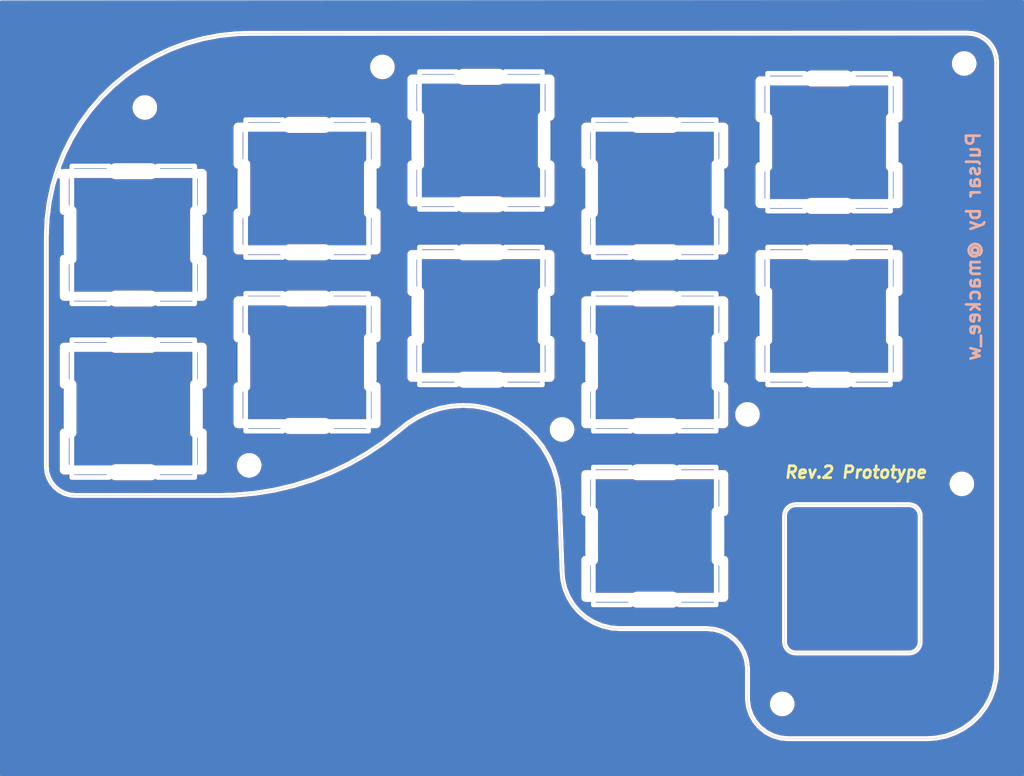
<source format=kicad_pcb>
(kicad_pcb (version 20171130) (host pcbnew "(5.1.0-0)")
  (layers (0 F.Cu signal) (31 B.Cu signal) (34 B.Paste user) (35 F.Paste user) (36 B.SilkS user) (37 F.SilkS user) (38 B.Mask user) (39 F.Mask user) (44 Edge.Cuts user))
  (net 0 "")
  (module pulsar:logosmall (layer F.Cu) (at 116.0018 80.1878)
    (fp_text reference G*** hide)
    (fp_text value LOGO hide)
  )
  (module Mounting_Holes:MountingHole_2.2mm_M2 (layer F.Cu) (at 49.53 84.074)
    (fp_text reference REF** hide)
    (fp_text value MountingHole_2.2mm_M2)
    (pad 1 np_thru_hole circle (at 0 0) (size 2.2 2.2) (drill 2.2) (layers *.Cu *.Mask))
  )
  (module Mounting_Holes:MountingHole_2.2mm_M2 (layer F.Cu) (at 83.82 80.137)
    (fp_text reference REF** hide)
    (fp_text value MountingHole_2.2mm_M2)
    (pad 1 np_thru_hole circle (at 0 0) (size 2.2 2.2) (drill 2.2) (layers *.Cu *.Mask))
  )
  (module Mounting_Holes:MountingHole_2.2mm_M2 (layer F.Cu) (at 107.95 110.236)
    (fp_text reference REF** hide)
    (fp_text value MountingHole_2.2mm_M2)
    (pad 1 np_thru_hole circle (at 0 0) (size 2.2 2.2) (drill 2.2) (layers *.Cu *.Mask))
  )
  (module Mounting_Holes:MountingHole_2.2mm_M2 (layer F.Cu) (at 104.14 78.486)
    (fp_text reference REF** hide)
    (fp_text value MountingHole_2.2mm_M2)
    (pad 1 np_thru_hole circle (at 0 0) (size 2.2 2.2) (drill 2.2) (layers *.Cu *.Mask))
  )
  (module Mounting_Holes:MountingHole_2.2mm_M2 (layer F.Cu) (at 127.635 86.106)
    (fp_text reference REF** hide)
    (fp_text value MountingHole_2.2mm_M2)
    (pad 1 np_thru_hole circle (at 0 0) (size 2.2 2.2) (drill 2.2) (layers *.Cu *.Mask))
  )
  (module Mounting_Holes:MountingHole_2.2mm_M2 (layer F.Cu) (at 127.889 40.005)
    (fp_text reference REF** hide)
    (fp_text value MountingHole_2.2mm_M2)
    (pad 1 np_thru_hole circle (at 0 0) (size 2.2 2.2) (drill 2.2) (layers *.Cu *.Mask))
  )
  (module Mounting_Holes:MountingHole_2.2mm_M2 (layer F.Cu) (at 64.135 40.386)
    (fp_text reference REF** hide)
    (fp_text value MountingHole_2.2mm_M2)
    (pad 1 np_thru_hole circle (at 0 0) (size 2.2 2.2) (drill 2.2) (layers *.Cu *.Mask))
  )
  (module Mounting_Holes:MountingHole_2.2mm_M2 (layer F.Cu) (at 38.1 44.831)
    (fp_text reference REF** hide)
    (fp_text value MountingHole_2.2mm_M2)
    (pad 1 np_thru_hole circle (at 0 0) (size 2.2 2.2) (drill 2.2) (layers *.Cu *.Mask))
  )
  (module Keebio-Parts:MX_Switch_Cutout (layer F.Cu) (at 113.08 48.641 90)
    (fp_text reference REF** hide)
    (fp_text value MX_Switch_Cutout hide)
    (pad "" np_thru_hole oval (at 0 -6.731 90) (size 15.5956 0.508) (drill oval 15.5956 0.508) (layers *.Cu *.Mask))
    (pad "" np_thru_hole oval (at 0 6.731 90) (size 15.5956 0.508) (drill oval 15.5956 0.508) (layers *.Cu *.Mask))
    (pad "" np_thru_hole oval (at -7.5565 -4.699 90) (size 0.508 4.572) (drill oval 0.508 4.572) (layers *.Cu *.Mask))
    (pad "" np_thru_hole oval (at 7.5565 -4.699 90) (size 0.508 4.572) (drill oval 0.508 4.572) (layers *.Cu *.Mask))
    (pad "" np_thru_hole oval (at 7.5565 4.699 90) (size 0.508 4.572) (drill oval 0.508 4.572) (layers *.Cu *.Mask))
    (pad "" np_thru_hole oval (at -7.5565 4.699 90) (size 0.508 4.572) (drill oval 0.508 4.572) (layers *.Cu *.Mask))
    (pad "" np_thru_hole oval (at 6.731 0 90) (size 0.508 5.842) (drill oval 0.508 5.842) (layers *.Cu *.Mask))
    (pad "" np_thru_hole oval (at -6.731 0 90) (size 0.508 5.842) (drill oval 0.508 5.842) (layers *.Cu *.Mask))
    (pad "" np_thru_hole oval (at 0 -6.985 90) (size 5.08 1.27) (drill oval 5.08 1.27) (layers *.Cu *.Mask))
    (pad "" np_thru_hole oval (at 0 6.985 90) (size 5.08 1.27) (drill oval 5.08 1.27) (layers *.Cu *.Mask))
    (pad "" np_thru_hole oval (at -7.14375 -2.667 90) (size 1.3335 0.508) (drill oval 1.3335 0.508) (layers *.Cu *.Mask))
    (pad "" np_thru_hole oval (at 7.14375 -2.667 90) (size 1.3335 0.508) (drill oval 1.3335 0.508) (layers *.Cu *.Mask))
    (pad "" np_thru_hole oval (at -7.14375 2.667 90) (size 1.3335 0.508) (drill oval 1.3335 0.508) (layers *.Cu *.Mask))
    (pad "" np_thru_hole oval (at 7.14375 2.667 90) (size 1.3335 0.508) (drill oval 1.3335 0.508) (layers *.Cu *.Mask))
  )
  (module Keebio-Parts:MX_Switch_Cutout (layer F.Cu) (at 113.08 67.691 90)
    (fp_text reference REF** hide)
    (fp_text value MX_Switch_Cutout hide)
    (pad "" np_thru_hole oval (at 7.14375 2.667 90) (size 1.3335 0.508) (drill oval 1.3335 0.508) (layers *.Cu *.Mask))
    (pad "" np_thru_hole oval (at -7.14375 2.667 90) (size 1.3335 0.508) (drill oval 1.3335 0.508) (layers *.Cu *.Mask))
    (pad "" np_thru_hole oval (at 7.14375 -2.667 90) (size 1.3335 0.508) (drill oval 1.3335 0.508) (layers *.Cu *.Mask))
    (pad "" np_thru_hole oval (at -7.14375 -2.667 90) (size 1.3335 0.508) (drill oval 1.3335 0.508) (layers *.Cu *.Mask))
    (pad "" np_thru_hole oval (at 0 6.985 90) (size 5.08 1.27) (drill oval 5.08 1.27) (layers *.Cu *.Mask))
    (pad "" np_thru_hole oval (at 0 -6.985 90) (size 5.08 1.27) (drill oval 5.08 1.27) (layers *.Cu *.Mask))
    (pad "" np_thru_hole oval (at -6.731 0 90) (size 0.508 5.842) (drill oval 0.508 5.842) (layers *.Cu *.Mask))
    (pad "" np_thru_hole oval (at 6.731 0 90) (size 0.508 5.842) (drill oval 0.508 5.842) (layers *.Cu *.Mask))
    (pad "" np_thru_hole oval (at -7.5565 4.699 90) (size 0.508 4.572) (drill oval 0.508 4.572) (layers *.Cu *.Mask))
    (pad "" np_thru_hole oval (at 7.5565 4.699 90) (size 0.508 4.572) (drill oval 0.508 4.572) (layers *.Cu *.Mask))
    (pad "" np_thru_hole oval (at 7.5565 -4.699 90) (size 0.508 4.572) (drill oval 0.508 4.572) (layers *.Cu *.Mask))
    (pad "" np_thru_hole oval (at -7.5565 -4.699 90) (size 0.508 4.572) (drill oval 0.508 4.572) (layers *.Cu *.Mask))
    (pad "" np_thru_hole oval (at 0 6.731 90) (size 15.5956 0.508) (drill oval 15.5956 0.508) (layers *.Cu *.Mask))
    (pad "" np_thru_hole oval (at 0 -6.731 90) (size 15.5956 0.508) (drill oval 15.5956 0.508) (layers *.Cu *.Mask))
  )
  (module Keebio-Parts:MX_Switch_Cutout (layer F.Cu) (at 93.98 91.821 90)
    (fp_text reference REF** hide)
    (fp_text value MX_Switch_Cutout hide)
    (pad "" np_thru_hole oval (at 0 -6.731 90) (size 15.5956 0.508) (drill oval 15.5956 0.508) (layers *.Cu *.Mask))
    (pad "" np_thru_hole oval (at 0 6.731 90) (size 15.5956 0.508) (drill oval 15.5956 0.508) (layers *.Cu *.Mask))
    (pad "" np_thru_hole oval (at -7.5565 -4.699 90) (size 0.508 4.572) (drill oval 0.508 4.572) (layers *.Cu *.Mask))
    (pad "" np_thru_hole oval (at 7.5565 -4.699 90) (size 0.508 4.572) (drill oval 0.508 4.572) (layers *.Cu *.Mask))
    (pad "" np_thru_hole oval (at 7.5565 4.699 90) (size 0.508 4.572) (drill oval 0.508 4.572) (layers *.Cu *.Mask))
    (pad "" np_thru_hole oval (at -7.5565 4.699 90) (size 0.508 4.572) (drill oval 0.508 4.572) (layers *.Cu *.Mask))
    (pad "" np_thru_hole oval (at 6.731 0 90) (size 0.508 5.842) (drill oval 0.508 5.842) (layers *.Cu *.Mask))
    (pad "" np_thru_hole oval (at -6.731 0 90) (size 0.508 5.842) (drill oval 0.508 5.842) (layers *.Cu *.Mask))
    (pad "" np_thru_hole oval (at 0 -6.985 90) (size 5.08 1.27) (drill oval 5.08 1.27) (layers *.Cu *.Mask))
    (pad "" np_thru_hole oval (at 0 6.985 90) (size 5.08 1.27) (drill oval 5.08 1.27) (layers *.Cu *.Mask))
    (pad "" np_thru_hole oval (at -7.14375 -2.667 90) (size 1.3335 0.508) (drill oval 1.3335 0.508) (layers *.Cu *.Mask))
    (pad "" np_thru_hole oval (at 7.14375 -2.667 90) (size 1.3335 0.508) (drill oval 1.3335 0.508) (layers *.Cu *.Mask))
    (pad "" np_thru_hole oval (at -7.14375 2.667 90) (size 1.3335 0.508) (drill oval 1.3335 0.508) (layers *.Cu *.Mask))
    (pad "" np_thru_hole oval (at 7.14375 2.667 90) (size 1.3335 0.508) (drill oval 1.3335 0.508) (layers *.Cu *.Mask))
  )
  (module Keebio-Parts:MX_Switch_Cutout (layer F.Cu) (at 93.98 72.771 90)
    (fp_text reference REF** hide)
    (fp_text value MX_Switch_Cutout hide)
    (pad "" np_thru_hole oval (at 7.14375 2.667 90) (size 1.3335 0.508) (drill oval 1.3335 0.508) (layers *.Cu *.Mask))
    (pad "" np_thru_hole oval (at -7.14375 2.667 90) (size 1.3335 0.508) (drill oval 1.3335 0.508) (layers *.Cu *.Mask))
    (pad "" np_thru_hole oval (at 7.14375 -2.667 90) (size 1.3335 0.508) (drill oval 1.3335 0.508) (layers *.Cu *.Mask))
    (pad "" np_thru_hole oval (at -7.14375 -2.667 90) (size 1.3335 0.508) (drill oval 1.3335 0.508) (layers *.Cu *.Mask))
    (pad "" np_thru_hole oval (at 0 6.985 90) (size 5.08 1.27) (drill oval 5.08 1.27) (layers *.Cu *.Mask))
    (pad "" np_thru_hole oval (at 0 -6.985 90) (size 5.08 1.27) (drill oval 5.08 1.27) (layers *.Cu *.Mask))
    (pad "" np_thru_hole oval (at -6.731 0 90) (size 0.508 5.842) (drill oval 0.508 5.842) (layers *.Cu *.Mask))
    (pad "" np_thru_hole oval (at 6.731 0 90) (size 0.508 5.842) (drill oval 0.508 5.842) (layers *.Cu *.Mask))
    (pad "" np_thru_hole oval (at -7.5565 4.699 90) (size 0.508 4.572) (drill oval 0.508 4.572) (layers *.Cu *.Mask))
    (pad "" np_thru_hole oval (at 7.5565 4.699 90) (size 0.508 4.572) (drill oval 0.508 4.572) (layers *.Cu *.Mask))
    (pad "" np_thru_hole oval (at 7.5565 -4.699 90) (size 0.508 4.572) (drill oval 0.508 4.572) (layers *.Cu *.Mask))
    (pad "" np_thru_hole oval (at -7.5565 -4.699 90) (size 0.508 4.572) (drill oval 0.508 4.572) (layers *.Cu *.Mask))
    (pad "" np_thru_hole oval (at 0 6.731 90) (size 15.5956 0.508) (drill oval 15.5956 0.508) (layers *.Cu *.Mask))
    (pad "" np_thru_hole oval (at 0 -6.731 90) (size 15.5956 0.508) (drill oval 15.5956 0.508) (layers *.Cu *.Mask))
  )
  (module Keebio-Parts:MX_Switch_Cutout (layer F.Cu) (at 93.98 53.721 90)
    (fp_text reference REF** hide)
    (fp_text value MX_Switch_Cutout hide)
    (pad "" np_thru_hole oval (at 0 -6.731 90) (size 15.5956 0.508) (drill oval 15.5956 0.508) (layers *.Cu *.Mask))
    (pad "" np_thru_hole oval (at 0 6.731 90) (size 15.5956 0.508) (drill oval 15.5956 0.508) (layers *.Cu *.Mask))
    (pad "" np_thru_hole oval (at -7.5565 -4.699 90) (size 0.508 4.572) (drill oval 0.508 4.572) (layers *.Cu *.Mask))
    (pad "" np_thru_hole oval (at 7.5565 -4.699 90) (size 0.508 4.572) (drill oval 0.508 4.572) (layers *.Cu *.Mask))
    (pad "" np_thru_hole oval (at 7.5565 4.699 90) (size 0.508 4.572) (drill oval 0.508 4.572) (layers *.Cu *.Mask))
    (pad "" np_thru_hole oval (at -7.5565 4.699 90) (size 0.508 4.572) (drill oval 0.508 4.572) (layers *.Cu *.Mask))
    (pad "" np_thru_hole oval (at 6.731 0 90) (size 0.508 5.842) (drill oval 0.508 5.842) (layers *.Cu *.Mask))
    (pad "" np_thru_hole oval (at -6.731 0 90) (size 0.508 5.842) (drill oval 0.508 5.842) (layers *.Cu *.Mask))
    (pad "" np_thru_hole oval (at 0 -6.985 90) (size 5.08 1.27) (drill oval 5.08 1.27) (layers *.Cu *.Mask))
    (pad "" np_thru_hole oval (at 0 6.985 90) (size 5.08 1.27) (drill oval 5.08 1.27) (layers *.Cu *.Mask))
    (pad "" np_thru_hole oval (at -7.14375 -2.667 90) (size 1.3335 0.508) (drill oval 1.3335 0.508) (layers *.Cu *.Mask))
    (pad "" np_thru_hole oval (at 7.14375 -2.667 90) (size 1.3335 0.508) (drill oval 1.3335 0.508) (layers *.Cu *.Mask))
    (pad "" np_thru_hole oval (at -7.14375 2.667 90) (size 1.3335 0.508) (drill oval 1.3335 0.508) (layers *.Cu *.Mask))
    (pad "" np_thru_hole oval (at 7.14375 2.667 90) (size 1.3335 0.508) (drill oval 1.3335 0.508) (layers *.Cu *.Mask))
  )
  (module Keebio-Parts:MX_Switch_Cutout (layer F.Cu) (at 74.93 48.451 90)
    (fp_text reference REF** hide)
    (fp_text value MX_Switch_Cutout hide)
    (pad "" np_thru_hole oval (at 7.14375 2.667 90) (size 1.3335 0.508) (drill oval 1.3335 0.508) (layers *.Cu *.Mask))
    (pad "" np_thru_hole oval (at -7.14375 2.667 90) (size 1.3335 0.508) (drill oval 1.3335 0.508) (layers *.Cu *.Mask))
    (pad "" np_thru_hole oval (at 7.14375 -2.667 90) (size 1.3335 0.508) (drill oval 1.3335 0.508) (layers *.Cu *.Mask))
    (pad "" np_thru_hole oval (at -7.14375 -2.667 90) (size 1.3335 0.508) (drill oval 1.3335 0.508) (layers *.Cu *.Mask))
    (pad "" np_thru_hole oval (at 0 6.985 90) (size 5.08 1.27) (drill oval 5.08 1.27) (layers *.Cu *.Mask))
    (pad "" np_thru_hole oval (at 0 -6.985 90) (size 5.08 1.27) (drill oval 5.08 1.27) (layers *.Cu *.Mask))
    (pad "" np_thru_hole oval (at -6.731 0 90) (size 0.508 5.842) (drill oval 0.508 5.842) (layers *.Cu *.Mask))
    (pad "" np_thru_hole oval (at 6.731 0 90) (size 0.508 5.842) (drill oval 0.508 5.842) (layers *.Cu *.Mask))
    (pad "" np_thru_hole oval (at -7.5565 4.699 90) (size 0.508 4.572) (drill oval 0.508 4.572) (layers *.Cu *.Mask))
    (pad "" np_thru_hole oval (at 7.5565 4.699 90) (size 0.508 4.572) (drill oval 0.508 4.572) (layers *.Cu *.Mask))
    (pad "" np_thru_hole oval (at 7.5565 -4.699 90) (size 0.508 4.572) (drill oval 0.508 4.572) (layers *.Cu *.Mask))
    (pad "" np_thru_hole oval (at -7.5565 -4.699 90) (size 0.508 4.572) (drill oval 0.508 4.572) (layers *.Cu *.Mask))
    (pad "" np_thru_hole oval (at 0 6.731 90) (size 15.5956 0.508) (drill oval 15.5956 0.508) (layers *.Cu *.Mask))
    (pad "" np_thru_hole oval (at 0 -6.731 90) (size 15.5956 0.508) (drill oval 15.5956 0.508) (layers *.Cu *.Mask))
  )
  (module Keebio-Parts:MX_Switch_Cutout (layer F.Cu) (at 74.93 67.691 90)
    (fp_text reference REF** hide)
    (fp_text value MX_Switch_Cutout hide)
    (pad "" np_thru_hole oval (at 0 -6.731 90) (size 15.5956 0.508) (drill oval 15.5956 0.508) (layers *.Cu *.Mask))
    (pad "" np_thru_hole oval (at 0 6.731 90) (size 15.5956 0.508) (drill oval 15.5956 0.508) (layers *.Cu *.Mask))
    (pad "" np_thru_hole oval (at -7.5565 -4.699 90) (size 0.508 4.572) (drill oval 0.508 4.572) (layers *.Cu *.Mask))
    (pad "" np_thru_hole oval (at 7.5565 -4.699 90) (size 0.508 4.572) (drill oval 0.508 4.572) (layers *.Cu *.Mask))
    (pad "" np_thru_hole oval (at 7.5565 4.699 90) (size 0.508 4.572) (drill oval 0.508 4.572) (layers *.Cu *.Mask))
    (pad "" np_thru_hole oval (at -7.5565 4.699 90) (size 0.508 4.572) (drill oval 0.508 4.572) (layers *.Cu *.Mask))
    (pad "" np_thru_hole oval (at 6.731 0 90) (size 0.508 5.842) (drill oval 0.508 5.842) (layers *.Cu *.Mask))
    (pad "" np_thru_hole oval (at -6.731 0 90) (size 0.508 5.842) (drill oval 0.508 5.842) (layers *.Cu *.Mask))
    (pad "" np_thru_hole oval (at 0 -6.985 90) (size 5.08 1.27) (drill oval 5.08 1.27) (layers *.Cu *.Mask))
    (pad "" np_thru_hole oval (at 0 6.985 90) (size 5.08 1.27) (drill oval 5.08 1.27) (layers *.Cu *.Mask))
    (pad "" np_thru_hole oval (at -7.14375 -2.667 90) (size 1.3335 0.508) (drill oval 1.3335 0.508) (layers *.Cu *.Mask))
    (pad "" np_thru_hole oval (at 7.14375 -2.667 90) (size 1.3335 0.508) (drill oval 1.3335 0.508) (layers *.Cu *.Mask))
    (pad "" np_thru_hole oval (at -7.14375 2.667 90) (size 1.3335 0.508) (drill oval 1.3335 0.508) (layers *.Cu *.Mask))
    (pad "" np_thru_hole oval (at 7.14375 2.667 90) (size 1.3335 0.508) (drill oval 1.3335 0.508) (layers *.Cu *.Mask))
  )
  (module Keebio-Parts:MX_Switch_Cutout (layer F.Cu) (at 55.88 72.771 90)
    (fp_text reference REF** hide)
    (fp_text value MX_Switch_Cutout hide)
    (pad "" np_thru_hole oval (at 7.14375 2.667 90) (size 1.3335 0.508) (drill oval 1.3335 0.508) (layers *.Cu *.Mask))
    (pad "" np_thru_hole oval (at -7.14375 2.667 90) (size 1.3335 0.508) (drill oval 1.3335 0.508) (layers *.Cu *.Mask))
    (pad "" np_thru_hole oval (at 7.14375 -2.667 90) (size 1.3335 0.508) (drill oval 1.3335 0.508) (layers *.Cu *.Mask))
    (pad "" np_thru_hole oval (at -7.14375 -2.667 90) (size 1.3335 0.508) (drill oval 1.3335 0.508) (layers *.Cu *.Mask))
    (pad "" np_thru_hole oval (at 0 6.985 90) (size 5.08 1.27) (drill oval 5.08 1.27) (layers *.Cu *.Mask))
    (pad "" np_thru_hole oval (at 0 -6.985 90) (size 5.08 1.27) (drill oval 5.08 1.27) (layers *.Cu *.Mask))
    (pad "" np_thru_hole oval (at -6.731 0 90) (size 0.508 5.842) (drill oval 0.508 5.842) (layers *.Cu *.Mask))
    (pad "" np_thru_hole oval (at 6.731 0 90) (size 0.508 5.842) (drill oval 0.508 5.842) (layers *.Cu *.Mask))
    (pad "" np_thru_hole oval (at -7.5565 4.699 90) (size 0.508 4.572) (drill oval 0.508 4.572) (layers *.Cu *.Mask))
    (pad "" np_thru_hole oval (at 7.5565 4.699 90) (size 0.508 4.572) (drill oval 0.508 4.572) (layers *.Cu *.Mask))
    (pad "" np_thru_hole oval (at 7.5565 -4.699 90) (size 0.508 4.572) (drill oval 0.508 4.572) (layers *.Cu *.Mask))
    (pad "" np_thru_hole oval (at -7.5565 -4.699 90) (size 0.508 4.572) (drill oval 0.508 4.572) (layers *.Cu *.Mask))
    (pad "" np_thru_hole oval (at 0 6.731 90) (size 15.5956 0.508) (drill oval 15.5956 0.508) (layers *.Cu *.Mask))
    (pad "" np_thru_hole oval (at 0 -6.731 90) (size 15.5956 0.508) (drill oval 15.5956 0.508) (layers *.Cu *.Mask))
  )
  (module Keebio-Parts:MX_Switch_Cutout (layer F.Cu) (at 36.83 77.851 90)
    (fp_text reference REF** hide)
    (fp_text value MX_Switch_Cutout hide)
    (pad "" np_thru_hole oval (at 0 -6.731 90) (size 15.5956 0.508) (drill oval 15.5956 0.508) (layers *.Cu *.Mask))
    (pad "" np_thru_hole oval (at 0 6.731 90) (size 15.5956 0.508) (drill oval 15.5956 0.508) (layers *.Cu *.Mask))
    (pad "" np_thru_hole oval (at -7.5565 -4.699 90) (size 0.508 4.572) (drill oval 0.508 4.572) (layers *.Cu *.Mask))
    (pad "" np_thru_hole oval (at 7.5565 -4.699 90) (size 0.508 4.572) (drill oval 0.508 4.572) (layers *.Cu *.Mask))
    (pad "" np_thru_hole oval (at 7.5565 4.699 90) (size 0.508 4.572) (drill oval 0.508 4.572) (layers *.Cu *.Mask))
    (pad "" np_thru_hole oval (at -7.5565 4.699 90) (size 0.508 4.572) (drill oval 0.508 4.572) (layers *.Cu *.Mask))
    (pad "" np_thru_hole oval (at 6.731 0 90) (size 0.508 5.842) (drill oval 0.508 5.842) (layers *.Cu *.Mask))
    (pad "" np_thru_hole oval (at -6.731 0 90) (size 0.508 5.842) (drill oval 0.508 5.842) (layers *.Cu *.Mask))
    (pad "" np_thru_hole oval (at 0 -6.985 90) (size 5.08 1.27) (drill oval 5.08 1.27) (layers *.Cu *.Mask))
    (pad "" np_thru_hole oval (at 0 6.985 90) (size 5.08 1.27) (drill oval 5.08 1.27) (layers *.Cu *.Mask))
    (pad "" np_thru_hole oval (at -7.14375 -2.667 90) (size 1.3335 0.508) (drill oval 1.3335 0.508) (layers *.Cu *.Mask))
    (pad "" np_thru_hole oval (at 7.14375 -2.667 90) (size 1.3335 0.508) (drill oval 1.3335 0.508) (layers *.Cu *.Mask))
    (pad "" np_thru_hole oval (at -7.14375 2.667 90) (size 1.3335 0.508) (drill oval 1.3335 0.508) (layers *.Cu *.Mask))
    (pad "" np_thru_hole oval (at 7.14375 2.667 90) (size 1.3335 0.508) (drill oval 1.3335 0.508) (layers *.Cu *.Mask))
  )
  (module Keebio-Parts:MX_Switch_Cutout (layer F.Cu) (at 55.88 53.721 90)
    (fp_text reference REF** hide)
    (fp_text value MX_Switch_Cutout hide)
    (pad "" np_thru_hole oval (at 0 -6.731 90) (size 15.5956 0.508) (drill oval 15.5956 0.508) (layers *.Cu *.Mask))
    (pad "" np_thru_hole oval (at 0 6.731 90) (size 15.5956 0.508) (drill oval 15.5956 0.508) (layers *.Cu *.Mask))
    (pad "" np_thru_hole oval (at -7.5565 -4.699 90) (size 0.508 4.572) (drill oval 0.508 4.572) (layers *.Cu *.Mask))
    (pad "" np_thru_hole oval (at 7.5565 -4.699 90) (size 0.508 4.572) (drill oval 0.508 4.572) (layers *.Cu *.Mask))
    (pad "" np_thru_hole oval (at 7.5565 4.699 90) (size 0.508 4.572) (drill oval 0.508 4.572) (layers *.Cu *.Mask))
    (pad "" np_thru_hole oval (at -7.5565 4.699 90) (size 0.508 4.572) (drill oval 0.508 4.572) (layers *.Cu *.Mask))
    (pad "" np_thru_hole oval (at 6.731 0 90) (size 0.508 5.842) (drill oval 0.508 5.842) (layers *.Cu *.Mask))
    (pad "" np_thru_hole oval (at -6.731 0 90) (size 0.508 5.842) (drill oval 0.508 5.842) (layers *.Cu *.Mask))
    (pad "" np_thru_hole oval (at 0 -6.985 90) (size 5.08 1.27) (drill oval 5.08 1.27) (layers *.Cu *.Mask))
    (pad "" np_thru_hole oval (at 0 6.985 90) (size 5.08 1.27) (drill oval 5.08 1.27) (layers *.Cu *.Mask))
    (pad "" np_thru_hole oval (at -7.14375 -2.667 90) (size 1.3335 0.508) (drill oval 1.3335 0.508) (layers *.Cu *.Mask))
    (pad "" np_thru_hole oval (at 7.14375 -2.667 90) (size 1.3335 0.508) (drill oval 1.3335 0.508) (layers *.Cu *.Mask))
    (pad "" np_thru_hole oval (at -7.14375 2.667 90) (size 1.3335 0.508) (drill oval 1.3335 0.508) (layers *.Cu *.Mask))
    (pad "" np_thru_hole oval (at 7.14375 2.667 90) (size 1.3335 0.508) (drill oval 1.3335 0.508) (layers *.Cu *.Mask))
  )
  (module Keebio-Parts:MX_Switch_Cutout (layer F.Cu) (at 36.83 58.801 90)
    (fp_text reference REF** hide)
    (fp_text value MX_Switch_Cutout hide)
    (pad "" np_thru_hole oval (at 7.14375 2.667 90) (size 1.3335 0.508) (drill oval 1.3335 0.508) (layers *.Cu *.Mask))
    (pad "" np_thru_hole oval (at -7.14375 2.667 90) (size 1.3335 0.508) (drill oval 1.3335 0.508) (layers *.Cu *.Mask))
    (pad "" np_thru_hole oval (at 7.14375 -2.667 90) (size 1.3335 0.508) (drill oval 1.3335 0.508) (layers *.Cu *.Mask))
    (pad "" np_thru_hole oval (at -7.14375 -2.667 90) (size 1.3335 0.508) (drill oval 1.3335 0.508) (layers *.Cu *.Mask))
    (pad "" np_thru_hole oval (at 0 6.985 90) (size 5.08 1.27) (drill oval 5.08 1.27) (layers *.Cu *.Mask))
    (pad "" np_thru_hole oval (at 0 -6.985 90) (size 5.08 1.27) (drill oval 5.08 1.27) (layers *.Cu *.Mask))
    (pad "" np_thru_hole oval (at -6.731 0 90) (size 0.508 5.842) (drill oval 0.508 5.842) (layers *.Cu *.Mask))
    (pad "" np_thru_hole oval (at 6.731 0 90) (size 0.508 5.842) (drill oval 0.508 5.842) (layers *.Cu *.Mask))
    (pad "" np_thru_hole oval (at -7.5565 4.699 90) (size 0.508 4.572) (drill oval 0.508 4.572) (layers *.Cu *.Mask))
    (pad "" np_thru_hole oval (at 7.5565 4.699 90) (size 0.508 4.572) (drill oval 0.508 4.572) (layers *.Cu *.Mask))
    (pad "" np_thru_hole oval (at 7.5565 -4.699 90) (size 0.508 4.572) (drill oval 0.508 4.572) (layers *.Cu *.Mask))
    (pad "" np_thru_hole oval (at -7.5565 -4.699 90) (size 0.508 4.572) (drill oval 0.508 4.572) (layers *.Cu *.Mask))
    (pad "" np_thru_hole oval (at 0 6.731 90) (size 15.5956 0.508) (drill oval 15.5956 0.508) (layers *.Cu *.Mask))
    (pad "" np_thru_hole oval (at 0 -6.731 90) (size 15.5956 0.508) (drill oval 15.5956 0.508) (layers *.Cu *.Mask))
  )
  (gr_text "Rev.2 Prototype" (at 116.0018 84.836) (layer F.SilkS) (effects (font (size 1.3 1.3) (thickness 0.3) italic)))
  (gr_arc (start 121.8438 89.6112) (end 123.063 89.6112) (angle -90) (layer Edge.Cuts) (width 0.05))
  (gr_arc (start 109.4232 89.6112) (end 109.4232 88.392) (angle -90) (layer Edge.Cuts) (width 0.05))
  (gr_arc (start 109.4232 103.4288) (end 108.204 103.4288) (angle -90) (layer Edge.Cuts) (width 0.05))
  (gr_arc (start 121.8438 103.4288) (end 121.8438 104.648) (angle -90) (layer Edge.Cuts) (width 0.05))
  (gr_line (start 121.8438 88.392) (end 109.4232 88.392) (layer Edge.Cuts) (width 0.05))
  (gr_line (start 123.063 103.4288) (end 123.063 89.6112) (layer Edge.Cuts) (width 0.05))
  (gr_line (start 109.4232 104.648) (end 121.8438 104.648) (layer Edge.Cuts) (width 0.05))
  (gr_line (start 108.204 89.6112) (end 108.204 103.4288) (layer Edge.Cuts) (width 0.05))
  (gr_line (start 131.445 87.884) (end 131.445 39.878) (layer Edge.Cuts) (width 0.05))
  (gr_line (start 131.445 106.426) (end 131.445 87.884) (layer Edge.Cuts) (width 0.05))
  (gr_line (start 27.305 68.199) (end 27.305 84.201) (layer Edge.Cuts) (width 0.05))
  (gr_line (start 101.7651 36.6903) (end 128.2573 36.6776) (layer Edge.Cuts) (width 0.05))
  (gr_text "Pulsar by @mackee_w" (at 128.905 60.071 90) (layer B.SilkS) (effects (font (size 1.5 1.5) (thickness 0.3)) (justify mirror)))
  (gr_line (start 46.355 87.376) (end 33.02 87.376) (layer Edge.Cuts) (width 0.05))
  (gr_line (start 108.585 114.046) (end 123.825 114.046) (layer Edge.Cuts) (width 0.05))
  (gr_arc (start 128.2573 39.8653) (end 131.445 39.878) (angle -90.22826883) (layer Edge.Cuts) (width 0.05))
  (gr_arc (start 123.825 106.426) (end 123.825 114.046) (angle -90) (layer Edge.Cuts) (width 0.05))
  (gr_line (start 49.53 36.703) (end 101.7651 36.6903) (layer Edge.Cuts) (width 0.05))
  (gr_line (start 27.305 58.928) (end 27.305 68.199) (layer Edge.Cuts) (width 0.05))
  (gr_arc (start 49.53 58.928) (end 49.53 36.703) (angle -90) (layer Edge.Cuts) (width 0.05))
  (gr_line (start 30.48 87.376) (end 33.02 87.376) (layer Edge.Cuts) (width 0.05))
  (gr_arc (start 30.48 84.201) (end 27.305 84.201) (angle -90) (layer Edge.Cuts) (width 0.05))
  (gr_line (start 104.14 106.426) (end 104.14 109.601) (layer Edge.Cuts) (width 0.05))
  (gr_arc (start 108.585 109.601) (end 104.14 109.601) (angle -90) (layer Edge.Cuts) (width 0.05))
  (gr_arc (start 99.695 106.426) (end 104.14 106.426) (angle -90) (layer Edge.Cuts) (width 0.05))
  (gr_line (start 90.17 101.981) (end 99.695 101.981) (layer Edge.Cuts) (width 0.05))
  (gr_arc (start 90.17 95.631) (end 83.82 95.631) (angle -90) (layer Edge.Cuts) (width 0.05))
  (gr_line (start 83.53388 88.011) (end 83.82 95.631) (layer Edge.Cuts) (width 0.05))
  (gr_arc (start 73.025 88.011) (end 83.53388 88.011) (angle -132.5301291) (layer Edge.Cuts) (width 0.05))
  (gr_arc (start 46.355 56.896) (end 46.355 87.376) (angle -39.93638315) (layer Edge.Cuts) (width 0.05))
  (zone (net 0) (net_name "") (layer F.Cu) (connect_pads (clearance 0.254)) (min_thickness 0.254) (fill yes (arc_segments 32) (thermal_gap 0.508) (thermal_bridge_width 0.508))
    (polygon (pts (xy 23.6728 34.3662) (xy 23.6728 116.9162) (xy 133.604 116.9162) (xy 133.604 34.4424)))
  )
  (zone (net 0) (net_name "") (layer B.Cu) (connect_pads (clearance 0.254)) (min_thickness 0.254) (fill yes (arc_segments 32) (thermal_gap 0.508) (thermal_bridge_width 0.508))
    (polygon (pts (xy 22.225 33.0962) (xy 22.225 118.1608) (xy 134.4422 118.1608) (xy 134.4422 33.0454)))
  )
)
</source>
